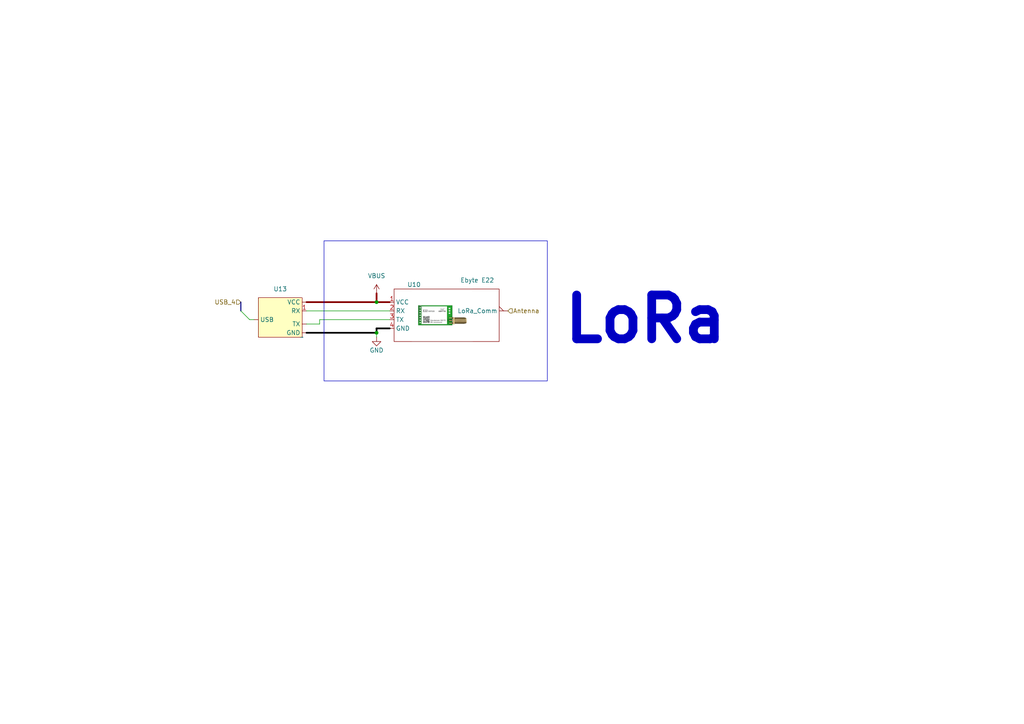
<source format=kicad_sch>
(kicad_sch (version 20230121) (generator eeschema)
  (paper "A4")
  (title_block (title "BlackBox Diagram of Autonomous Rover using LoRa Based RTK ") (date "2024-10-13") (comment 9 "TOLGA"))
  (lib_symbols
    (symbol "Sparkfun_IMU_Razor_2"
      (property "Reference" "U10" (at 3.81 1.27 0))
      (property "Value" "Ebyte E22" (at 24.13 2.54 0))
      (symbol "Sparkfun_IMU_Razor_2_0_1"
        (rectangle (start 0 0) (end 30.48 -15.24))
      )
      (symbol "Sparkfun_IMU_Razor_2_1_1"
        (pin bidirectional output_low (at 33.02 -6.35 180) (length 2.54) (name "LoRa_Comm") (number ""))
        (pin power_in line (at -1.27 -3.81 0) (length 1.27) (name "VCC") (number "1"))
        (pin input line (at -1.27 -6.35 0) (length 1.27) (name "RX") (number "2"))
        (pin output line (at -1.27 -8.89 0) (length 1.27) (name "TX") (number "3"))
        (pin passive line (at -1.27 -11.43 0) (length 1.27) (name "GND") (number "4"))
      )
    )
    (symbol "bitirme:USBtoTTL" (in_bom no) (on_board no)
      (property "Reference" "U13" (at 6.35 -13.97 0))
      (property "Value" "~" (at 0 0 0))
      (symbol "USBtoTTL_1_1"
        (rectangle (start 0 0) (end 12.7 -11.43) (fill (type background)))
        (pin input line (at -1.27 -1.27 0) (length 1.27) (name "GND") (number ""))
        (pin input line (at -1.27 -3.81 0) (length 1.27) (name "TX") (number ""))
        (pin output line (at 13.97 -5.08 180) (length 1.27) (name "USB") (number ""))
        (pin input line (at -1.27 -10.16 0) (length 1.27) (name "VCC") (number ""))
        (pin input line (at -1.27 -7.62 0) (length 1.27) (name "RX") (number "1"))
      )
    )
    (symbol "power:GND" (power) (pin_names (offset 0))
      (property "Value" "GND" (at 0 -3.81 0))
      (symbol "GND_0_1"
        (polyline (pts (xy 0 0) (xy 0 -1.27) (xy 1.27 -1.27) (xy 0 -2.54) (xy -1.27 -1.27) (xy 0 -1.27)))
      )
      (symbol "GND_1_1"
        (pin power_in line (at 0 0 270) (length 0) hide (name "GND") (number "1"))
      )
    )
    (symbol "power:VBUS" (power) (pin_names (offset 0))
      (property "Value" "VBUS" (at 0 3.81 0))
      (symbol "VBUS_0_1"
        (polyline (pts (xy -0.762 1.27) (xy 0 2.54)))
        (polyline (pts (xy 0 0) (xy 0 2.54)))
        (polyline (pts (xy 0 2.54) (xy 0.762 1.27)))
      )
      (symbol "VBUS_1_1"
        (pin power_in line (at 0 0 90) (length 0) hide (name "VBUS") (number "1"))
      )
    )
  )
  (junction (at 109.22 96.52))
  (junction (at 109.22 87.63))
  (bus_entry (at 69.85 90.17) (size 2.54 2.54))
  (wire (pts (xy 92.71 93.98) (xy 88.9 93.98)))
  (wire (pts (xy 109.22 95.25) (xy 113.03 95.25)) (stroke (width 0.5) (color 0 0 0 1)))
  (wire (pts (xy 88.9 87.63) (xy 109.22 87.63)) (stroke (width 0.5) (color 132 0 0 1)))
  (wire (pts (xy 109.22 85.09) (xy 109.22 87.63)) (stroke (width 0.5) (color 132 0 0 1)))
  (wire (pts (xy 113.03 92.71) (xy 92.71 92.71)))
  (wire (pts (xy 88.9 96.52) (xy 109.22 96.52)) (stroke (width 0.5) (color 0 0 0 1)))
  (wire (pts (xy 109.22 87.63) (xy 113.03 87.63)) (stroke (width 0.5) (color 132 0 0 1)))
  (bus (pts (xy 69.85 87.63) (xy 69.85 90.17)))
  (wire (pts (xy 92.71 93.98) (xy 92.71 92.71)))
  (wire (pts (xy 109.22 97.79) (xy 109.22 96.52)))
  (wire (pts (xy 109.22 96.52) (xy 109.22 95.25)) (stroke (width 0.5) (color 0 0 0 1)))
  (wire (pts (xy 88.9 90.17) (xy 113.03 90.17)))
  (wire (pts (xy 72.39 92.71) (xy 73.66 92.71)))
  (rectangle (start 93.98 69.85) (end 158.75 110.49))
  (image (at 128.27 91.44) (scale 0.522785))
  (text "LoRa\n\n" (at 162.56 120.65 0) (effects (font (size 12.7 12.7) (thickness 2.54) bold) (justify left bottom)))
  (hierarchical_label "Antenna" (shape input) (at 147.32 90.17 0))
  (hierarchical_label "USB_4" (shape input) (at 69.85 87.63 180))
  (symbol (lib_id "power:VBUS") (at 109.22 85.09 0) (unit 1)
    (property "Reference" "#PWR027" (effects hide))
    (property "Value" "VBUS" (at 109.22 80.01 0))
  )
  (symbol (lib_id "power:GND") (at 109.22 97.79 0) (unit 1)
    (property "Reference" "#PWR028" (effects hide))
    (property "Value" "GND" (at 109.22 101.6 0))
  )
  (symbol (lib_id "bitirme:USBtoTTL") (at 87.63 97.79 180) (unit 1) (in_bom no) (on_board no)
    (property "Reference" "U13" (at 81.28 83.82 0))
    (property "Value" "~" (at 87.63 97.79 0))
  )
  (symbol (lib_name "Sparkfun_IMU_Razor_2") (lib_id "bitirme:Sparkfun_IMU_Razor") (at 114.3 83.82 0) (unit 1)
    (property "Reference" "U10" (at 118.11 82.55 0) (effects (justify left)))
    (property "Value" "Ebyte E22" (at 138.43 81.28 0))
    (property "Datasheet" "https://www.cdebyte.com/pdf-down.aspx?id=1463" (effects hide))
    (property "Website" "https://shop.fixaj.com/e22-900t22d-7km-menzilli-900mhz-sx1262-lora-modulu" (effects hide))
  )
)
</source>
